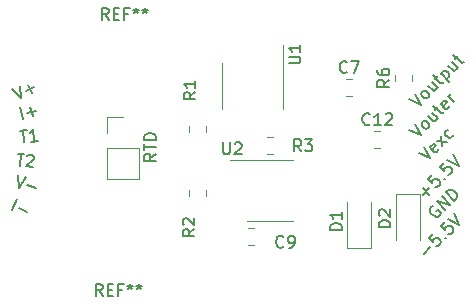
<source format=gbr>
G04 #@! TF.GenerationSoftware,KiCad,Pcbnew,(5.1.7)-1*
G04 #@! TF.CreationDate,2021-02-01T17:00:47-08:00*
G04 #@! TF.ProjectId,Conductivity_Sensor_v2,436f6e64-7563-4746-9976-6974795f5365,rev?*
G04 #@! TF.SameCoordinates,Original*
G04 #@! TF.FileFunction,Legend,Top*
G04 #@! TF.FilePolarity,Positive*
%FSLAX46Y46*%
G04 Gerber Fmt 4.6, Leading zero omitted, Abs format (unit mm)*
G04 Created by KiCad (PCBNEW (5.1.7)-1) date 2021-02-01 17:00:47*
%MOMM*%
%LPD*%
G01*
G04 APERTURE LIST*
%ADD10C,0.152400*%
%ADD11C,0.120000*%
%ADD12C,0.150000*%
G04 APERTURE END LIST*
D10*
X140571421Y-65148657D02*
X140468790Y-65182868D01*
X140366158Y-65285499D01*
X140297737Y-65422341D01*
X140297737Y-65559183D01*
X140331948Y-65661815D01*
X140434579Y-65832867D01*
X140537211Y-65935499D01*
X140708263Y-66038130D01*
X140810895Y-66072341D01*
X140947737Y-66072341D01*
X141084579Y-66003920D01*
X141153000Y-65935499D01*
X141221421Y-65798657D01*
X141221421Y-65730236D01*
X140981947Y-65490762D01*
X140845105Y-65627604D01*
X141597736Y-65490762D02*
X140879316Y-64772342D01*
X142008262Y-65080236D01*
X141289842Y-64361816D01*
X142350367Y-64738131D02*
X141631947Y-64019711D01*
X141802999Y-63848658D01*
X141939841Y-63780237D01*
X142076683Y-63780237D01*
X142179315Y-63814448D01*
X142350367Y-63917079D01*
X142452999Y-64019711D01*
X142555630Y-64190763D01*
X142589841Y-64293395D01*
X142589841Y-64430237D01*
X142521420Y-64567079D01*
X142350367Y-64738131D01*
X139787674Y-69217256D02*
X140335042Y-68669888D01*
X140574516Y-67540942D02*
X140232411Y-67883047D01*
X140540305Y-68259362D01*
X140540305Y-68190941D01*
X140574516Y-68088310D01*
X140745568Y-67917257D01*
X140848200Y-67883047D01*
X140916621Y-67883047D01*
X141019252Y-67917257D01*
X141190305Y-68088310D01*
X141224515Y-68190941D01*
X141224515Y-68259362D01*
X141190305Y-68361994D01*
X141019252Y-68533046D01*
X140916621Y-68567257D01*
X140848200Y-68567257D01*
X141566620Y-67848836D02*
X141635041Y-67848836D01*
X141635041Y-67917257D01*
X141566620Y-67917257D01*
X141566620Y-67848836D01*
X141635041Y-67917257D01*
X141600831Y-66514627D02*
X141258726Y-66856732D01*
X141566620Y-67233047D01*
X141566620Y-67164626D01*
X141600831Y-67061995D01*
X141771883Y-66890942D01*
X141874515Y-66856732D01*
X141942936Y-66856732D01*
X142045567Y-66890942D01*
X142216620Y-67061995D01*
X142250830Y-67164626D01*
X142250830Y-67233047D01*
X142216620Y-67335679D01*
X142045567Y-67506731D01*
X141942936Y-67540942D01*
X141874515Y-67540942D01*
X141840304Y-66275153D02*
X142798198Y-66754100D01*
X142319251Y-65796206D01*
X139711474Y-64213456D02*
X140258842Y-63666088D01*
X140258842Y-64213456D02*
X139711474Y-63666088D01*
X140498316Y-62537142D02*
X140156211Y-62879247D01*
X140464105Y-63255562D01*
X140464105Y-63187141D01*
X140498316Y-63084510D01*
X140669368Y-62913457D01*
X140772000Y-62879247D01*
X140840421Y-62879247D01*
X140943052Y-62913457D01*
X141114105Y-63084510D01*
X141148315Y-63187141D01*
X141148315Y-63255562D01*
X141114105Y-63358194D01*
X140943052Y-63529246D01*
X140840421Y-63563457D01*
X140772000Y-63563457D01*
X141490420Y-62845036D02*
X141558841Y-62845036D01*
X141558841Y-62913457D01*
X141490420Y-62913457D01*
X141490420Y-62845036D01*
X141558841Y-62913457D01*
X141524631Y-61510827D02*
X141182526Y-61852932D01*
X141490420Y-62229247D01*
X141490420Y-62160826D01*
X141524631Y-62058195D01*
X141695683Y-61887142D01*
X141798315Y-61852932D01*
X141866736Y-61852932D01*
X141969367Y-61887142D01*
X142140420Y-62058195D01*
X142174630Y-62160826D01*
X142174630Y-62229247D01*
X142140420Y-62331879D01*
X141969367Y-62502931D01*
X141866736Y-62537142D01*
X141798315Y-62537142D01*
X141764104Y-61271353D02*
X142721998Y-61750300D01*
X142243051Y-60792406D01*
X139354327Y-60658530D02*
X140312221Y-61137477D01*
X139833274Y-60179583D01*
X141030641Y-60350636D02*
X140996431Y-60453267D01*
X140859589Y-60590109D01*
X140756958Y-60624320D01*
X140654326Y-60590109D01*
X140380642Y-60316425D01*
X140346432Y-60213794D01*
X140380642Y-60111162D01*
X140517484Y-59974320D01*
X140620116Y-59940110D01*
X140722747Y-59974320D01*
X140791168Y-60042741D01*
X140517484Y-60453267D01*
X141338536Y-60111162D02*
X141235904Y-59255900D01*
X140859589Y-59632216D02*
X141714851Y-59734847D01*
X142262219Y-59119058D02*
X142228009Y-59221690D01*
X142091167Y-59358532D01*
X141988535Y-59392742D01*
X141920114Y-59392742D01*
X141817483Y-59358532D01*
X141612220Y-59153269D01*
X141578009Y-59050637D01*
X141578009Y-58982216D01*
X141612220Y-58879585D01*
X141749062Y-58742743D01*
X141851693Y-58708532D01*
X138570580Y-58699077D02*
X139528474Y-59178024D01*
X139049527Y-58220130D01*
X140110053Y-58596446D02*
X140007421Y-58630656D01*
X139939000Y-58630656D01*
X139836369Y-58596446D01*
X139631106Y-58391183D01*
X139596895Y-58288551D01*
X139596895Y-58220130D01*
X139631106Y-58117499D01*
X139733737Y-58014867D01*
X139836369Y-57980657D01*
X139904790Y-57980657D01*
X140007421Y-58014867D01*
X140212684Y-58220130D01*
X140246895Y-58322762D01*
X140246895Y-58391183D01*
X140212684Y-58493814D01*
X140110053Y-58596446D01*
X140486368Y-57262237D02*
X140965315Y-57741183D01*
X140178474Y-57570131D02*
X140554789Y-57946446D01*
X140657420Y-57980657D01*
X140760052Y-57946446D01*
X140862683Y-57843815D01*
X140896894Y-57741183D01*
X140896894Y-57672762D01*
X140725841Y-57022763D02*
X140999525Y-56749079D01*
X140589000Y-56680658D02*
X141204788Y-57296447D01*
X141307420Y-57330658D01*
X141410051Y-57296447D01*
X141478472Y-57228026D01*
X141957419Y-56680658D02*
X141923209Y-56783290D01*
X141786367Y-56920132D01*
X141683735Y-56954342D01*
X141581104Y-56920132D01*
X141307420Y-56646448D01*
X141273209Y-56543816D01*
X141307420Y-56441185D01*
X141444262Y-56304343D01*
X141546893Y-56270132D01*
X141649525Y-56304343D01*
X141717946Y-56372764D01*
X141444262Y-56783290D01*
X142333735Y-56372764D02*
X141854788Y-55893817D01*
X141991630Y-56030659D02*
X141957419Y-55928027D01*
X141957419Y-55859606D01*
X141991630Y-55756975D01*
X142060051Y-55688554D01*
X138550380Y-56128477D02*
X139508274Y-56607424D01*
X139029327Y-55649530D01*
X140089853Y-56025846D02*
X139987221Y-56060056D01*
X139918800Y-56060056D01*
X139816169Y-56025846D01*
X139610906Y-55820583D01*
X139576695Y-55717951D01*
X139576695Y-55649530D01*
X139610906Y-55546899D01*
X139713537Y-55444267D01*
X139816169Y-55410057D01*
X139884590Y-55410057D01*
X139987221Y-55444267D01*
X140192484Y-55649530D01*
X140226695Y-55752162D01*
X140226695Y-55820583D01*
X140192484Y-55923214D01*
X140089853Y-56025846D01*
X140466168Y-54691636D02*
X140945115Y-55170583D01*
X140158274Y-54999531D02*
X140534589Y-55375846D01*
X140637221Y-55410057D01*
X140739852Y-55375846D01*
X140842484Y-55273215D01*
X140876694Y-55170583D01*
X140876694Y-55102162D01*
X140705642Y-54452163D02*
X140979326Y-54178479D01*
X140568800Y-54110058D02*
X141184589Y-54725847D01*
X141287220Y-54760057D01*
X141389852Y-54725847D01*
X141458273Y-54657426D01*
X141218799Y-53939005D02*
X141937220Y-54657426D01*
X141253010Y-53973216D02*
X141287220Y-53870584D01*
X141424062Y-53733742D01*
X141526694Y-53699532D01*
X141595115Y-53699532D01*
X141697746Y-53733742D01*
X141903009Y-53939005D01*
X141937220Y-54041637D01*
X141937220Y-54110058D01*
X141903009Y-54212689D01*
X141766167Y-54349531D01*
X141663536Y-54383742D01*
X142176693Y-52981111D02*
X142655640Y-53460058D01*
X141868799Y-53289006D02*
X142245114Y-53665321D01*
X142347746Y-53699532D01*
X142450377Y-53665321D01*
X142553009Y-53562690D01*
X142587219Y-53460058D01*
X142587219Y-53391637D01*
X142416167Y-52741638D02*
X142689851Y-52467954D01*
X142279325Y-52399533D02*
X142895114Y-53015322D01*
X142997745Y-53049532D01*
X143100377Y-53015322D01*
X143168798Y-52946901D01*
D11*
X137314000Y-54544964D02*
X137314000Y-54090836D01*
X138784000Y-54544964D02*
X138784000Y-54090836D01*
X135593148Y-58815300D02*
X136115652Y-58815300D01*
X135593148Y-60285300D02*
X136115652Y-60285300D01*
X125432452Y-68464100D02*
X124909948Y-68464100D01*
X125432452Y-66994100D02*
X124909948Y-66994100D01*
X133175148Y-54395700D02*
X133697652Y-54395700D01*
X133175148Y-55865700D02*
X133697652Y-55865700D01*
X112970000Y-62861500D02*
X115630000Y-62861500D01*
X112970000Y-60261500D02*
X112970000Y-62861500D01*
X115630000Y-60261500D02*
X115630000Y-62861500D01*
X112970000Y-60261500D02*
X115630000Y-60261500D01*
X112970000Y-58991500D02*
X112970000Y-57661500D01*
X112970000Y-57661500D02*
X114300000Y-57661500D01*
X133289800Y-68709100D02*
X135289800Y-68709100D01*
X135289800Y-68709100D02*
X135289800Y-64809100D01*
X133289800Y-68709100D02*
X133289800Y-64809100D01*
X139430000Y-64157300D02*
X139430000Y-68057300D01*
X137430000Y-64157300D02*
X137430000Y-68057300D01*
X139430000Y-64157300D02*
X137430000Y-64157300D01*
X121334600Y-58400048D02*
X121334600Y-58922552D01*
X119914600Y-58400048D02*
X119914600Y-58922552D01*
X119914600Y-63784848D02*
X119914600Y-64307352D01*
X121334600Y-63784848D02*
X121334600Y-64307352D01*
X126501148Y-60768300D02*
X127023652Y-60768300D01*
X126501148Y-59348300D02*
X127023652Y-59348300D01*
X122738200Y-55003700D02*
X122738200Y-56953700D01*
X122738200Y-55003700D02*
X122738200Y-53053700D01*
X127858200Y-55003700D02*
X127858200Y-56953700D01*
X127858200Y-55003700D02*
X127858200Y-51553700D01*
X126796800Y-66428300D02*
X128746800Y-66428300D01*
X126796800Y-66428300D02*
X124846800Y-66428300D01*
X126796800Y-61308300D02*
X128746800Y-61308300D01*
X126796800Y-61308300D02*
X123346800Y-61308300D01*
D12*
X136851380Y-54484566D02*
X136375190Y-54817900D01*
X136851380Y-55055995D02*
X135851380Y-55055995D01*
X135851380Y-54675042D01*
X135899000Y-54579804D01*
X135946619Y-54532185D01*
X136041857Y-54484566D01*
X136184714Y-54484566D01*
X136279952Y-54532185D01*
X136327571Y-54579804D01*
X136375190Y-54675042D01*
X136375190Y-55055995D01*
X135851380Y-53627423D02*
X135851380Y-53817900D01*
X135899000Y-53913138D01*
X135946619Y-53960757D01*
X136089476Y-54055995D01*
X136279952Y-54103614D01*
X136660904Y-54103614D01*
X136756142Y-54055995D01*
X136803761Y-54008376D01*
X136851380Y-53913138D01*
X136851380Y-53722661D01*
X136803761Y-53627423D01*
X136756142Y-53579804D01*
X136660904Y-53532185D01*
X136422809Y-53532185D01*
X136327571Y-53579804D01*
X136279952Y-53627423D01*
X136232333Y-53722661D01*
X136232333Y-53913138D01*
X136279952Y-54008376D01*
X136327571Y-54055995D01*
X136422809Y-54103614D01*
X135211542Y-58227442D02*
X135163923Y-58275061D01*
X135021066Y-58322680D01*
X134925828Y-58322680D01*
X134782971Y-58275061D01*
X134687733Y-58179823D01*
X134640114Y-58084585D01*
X134592495Y-57894109D01*
X134592495Y-57751252D01*
X134640114Y-57560776D01*
X134687733Y-57465538D01*
X134782971Y-57370300D01*
X134925828Y-57322680D01*
X135021066Y-57322680D01*
X135163923Y-57370300D01*
X135211542Y-57417919D01*
X136163923Y-58322680D02*
X135592495Y-58322680D01*
X135878209Y-58322680D02*
X135878209Y-57322680D01*
X135782971Y-57465538D01*
X135687733Y-57560776D01*
X135592495Y-57608395D01*
X136544876Y-57417919D02*
X136592495Y-57370300D01*
X136687733Y-57322680D01*
X136925828Y-57322680D01*
X137021066Y-57370300D01*
X137068685Y-57417919D01*
X137116304Y-57513157D01*
X137116304Y-57608395D01*
X137068685Y-57751252D01*
X136497257Y-58322680D01*
X137116304Y-58322680D01*
X127900133Y-68594242D02*
X127852514Y-68641861D01*
X127709657Y-68689480D01*
X127614419Y-68689480D01*
X127471561Y-68641861D01*
X127376323Y-68546623D01*
X127328704Y-68451385D01*
X127281085Y-68260909D01*
X127281085Y-68118052D01*
X127328704Y-67927576D01*
X127376323Y-67832338D01*
X127471561Y-67737100D01*
X127614419Y-67689480D01*
X127709657Y-67689480D01*
X127852514Y-67737100D01*
X127900133Y-67784719D01*
X128376323Y-68689480D02*
X128566800Y-68689480D01*
X128662038Y-68641861D01*
X128709657Y-68594242D01*
X128804895Y-68451385D01*
X128852514Y-68260909D01*
X128852514Y-67879957D01*
X128804895Y-67784719D01*
X128757276Y-67737100D01*
X128662038Y-67689480D01*
X128471561Y-67689480D01*
X128376323Y-67737100D01*
X128328704Y-67784719D01*
X128281085Y-67879957D01*
X128281085Y-68118052D01*
X128328704Y-68213290D01*
X128376323Y-68260909D01*
X128471561Y-68308528D01*
X128662038Y-68308528D01*
X128757276Y-68260909D01*
X128804895Y-68213290D01*
X128852514Y-68118052D01*
X133269733Y-53807842D02*
X133222114Y-53855461D01*
X133079257Y-53903080D01*
X132984019Y-53903080D01*
X132841161Y-53855461D01*
X132745923Y-53760223D01*
X132698304Y-53664985D01*
X132650685Y-53474509D01*
X132650685Y-53331652D01*
X132698304Y-53141176D01*
X132745923Y-53045938D01*
X132841161Y-52950700D01*
X132984019Y-52903080D01*
X133079257Y-52903080D01*
X133222114Y-52950700D01*
X133269733Y-52998319D01*
X133603066Y-52903080D02*
X134269733Y-52903080D01*
X133841161Y-53903080D01*
X104937167Y-65489875D02*
X105359786Y-64583567D01*
X105529740Y-65345862D02*
X106220260Y-65667857D01*
X105419204Y-62559446D02*
X105482361Y-63611645D01*
X106063155Y-62731992D01*
X106224909Y-63416219D02*
X106960852Y-63613414D01*
X105843530Y-57785287D02*
X105584711Y-56819361D01*
X106204897Y-57294068D02*
X106940841Y-57096873D01*
X106671467Y-57563442D02*
X106474271Y-56827499D01*
X104950415Y-55265482D02*
X105675136Y-56030917D01*
X105554621Y-54983736D01*
X106118344Y-55403911D02*
X106808864Y-55081916D01*
X106624602Y-55588174D02*
X106302607Y-54897654D01*
X105593866Y-58791769D02*
X106163120Y-58741965D01*
X105965649Y-59763062D02*
X105878493Y-58766867D01*
X107104157Y-59663455D02*
X106534903Y-59713258D01*
X106819530Y-59688357D02*
X106732374Y-58692162D01*
X106649949Y-58842776D01*
X106563374Y-58945952D01*
X106472649Y-59001691D01*
X105384522Y-60741760D02*
X105953776Y-60791563D01*
X105581993Y-61762856D02*
X105669149Y-60766662D01*
X106230103Y-60911341D02*
X106281691Y-60868053D01*
X106380717Y-60828916D01*
X106617906Y-60849667D01*
X106708631Y-60905405D01*
X106751919Y-60956994D01*
X106791056Y-61056020D01*
X106782756Y-61150895D01*
X106722867Y-61289058D01*
X106103810Y-61808509D01*
X106720502Y-61862463D01*
X112585666Y-72778880D02*
X112252333Y-72302690D01*
X112014238Y-72778880D02*
X112014238Y-71778880D01*
X112395190Y-71778880D01*
X112490428Y-71826500D01*
X112538047Y-71874119D01*
X112585666Y-71969357D01*
X112585666Y-72112214D01*
X112538047Y-72207452D01*
X112490428Y-72255071D01*
X112395190Y-72302690D01*
X112014238Y-72302690D01*
X113014238Y-72255071D02*
X113347571Y-72255071D01*
X113490428Y-72778880D02*
X113014238Y-72778880D01*
X113014238Y-71778880D01*
X113490428Y-71778880D01*
X114252333Y-72255071D02*
X113919000Y-72255071D01*
X113919000Y-72778880D02*
X113919000Y-71778880D01*
X114395190Y-71778880D01*
X114919000Y-71778880D02*
X114919000Y-72016976D01*
X114680904Y-71921738D02*
X114919000Y-72016976D01*
X115157095Y-71921738D01*
X114776142Y-72207452D02*
X114919000Y-72016976D01*
X115061857Y-72207452D01*
X115680904Y-71778880D02*
X115680904Y-72016976D01*
X115442809Y-71921738D02*
X115680904Y-72016976D01*
X115919000Y-71921738D01*
X115538047Y-72207452D02*
X115680904Y-72016976D01*
X115823761Y-72207452D01*
X113093666Y-49410880D02*
X112760333Y-48934690D01*
X112522238Y-49410880D02*
X112522238Y-48410880D01*
X112903190Y-48410880D01*
X112998428Y-48458500D01*
X113046047Y-48506119D01*
X113093666Y-48601357D01*
X113093666Y-48744214D01*
X113046047Y-48839452D01*
X112998428Y-48887071D01*
X112903190Y-48934690D01*
X112522238Y-48934690D01*
X113522238Y-48887071D02*
X113855571Y-48887071D01*
X113998428Y-49410880D02*
X113522238Y-49410880D01*
X113522238Y-48410880D01*
X113998428Y-48410880D01*
X114760333Y-48887071D02*
X114427000Y-48887071D01*
X114427000Y-49410880D02*
X114427000Y-48410880D01*
X114903190Y-48410880D01*
X115427000Y-48410880D02*
X115427000Y-48648976D01*
X115188904Y-48553738D02*
X115427000Y-48648976D01*
X115665095Y-48553738D01*
X115284142Y-48839452D02*
X115427000Y-48648976D01*
X115569857Y-48839452D01*
X116188904Y-48410880D02*
X116188904Y-48648976D01*
X115950809Y-48553738D02*
X116188904Y-48648976D01*
X116427000Y-48553738D01*
X116046047Y-48839452D02*
X116188904Y-48648976D01*
X116331761Y-48839452D01*
X117089180Y-60756728D02*
X116612990Y-61090061D01*
X117089180Y-61328157D02*
X116089180Y-61328157D01*
X116089180Y-60947204D01*
X116136800Y-60851966D01*
X116184419Y-60804347D01*
X116279657Y-60756728D01*
X116422514Y-60756728D01*
X116517752Y-60804347D01*
X116565371Y-60851966D01*
X116612990Y-60947204D01*
X116612990Y-61328157D01*
X116089180Y-60471014D02*
X116089180Y-59899585D01*
X117089180Y-60185300D02*
X116089180Y-60185300D01*
X117089180Y-59566252D02*
X116089180Y-59566252D01*
X116089180Y-59328157D01*
X116136800Y-59185300D01*
X116232038Y-59090061D01*
X116327276Y-59042442D01*
X116517752Y-58994823D01*
X116660609Y-58994823D01*
X116851085Y-59042442D01*
X116946323Y-59090061D01*
X117041561Y-59185300D01*
X117089180Y-59328157D01*
X117089180Y-59566252D01*
X132837180Y-67197195D02*
X131837180Y-67197195D01*
X131837180Y-66959100D01*
X131884800Y-66816242D01*
X131980038Y-66721004D01*
X132075276Y-66673385D01*
X132265752Y-66625766D01*
X132408609Y-66625766D01*
X132599085Y-66673385D01*
X132694323Y-66721004D01*
X132789561Y-66816242D01*
X132837180Y-66959100D01*
X132837180Y-67197195D01*
X132837180Y-65673385D02*
X132837180Y-66244814D01*
X132837180Y-65959100D02*
X131837180Y-65959100D01*
X131980038Y-66054338D01*
X132075276Y-66149576D01*
X132122895Y-66244814D01*
X136951980Y-66968595D02*
X135951980Y-66968595D01*
X135951980Y-66730500D01*
X135999600Y-66587642D01*
X136094838Y-66492404D01*
X136190076Y-66444785D01*
X136380552Y-66397166D01*
X136523409Y-66397166D01*
X136713885Y-66444785D01*
X136809123Y-66492404D01*
X136904361Y-66587642D01*
X136951980Y-66730500D01*
X136951980Y-66968595D01*
X136047219Y-66016214D02*
X135999600Y-65968595D01*
X135951980Y-65873357D01*
X135951980Y-65635261D01*
X135999600Y-65540023D01*
X136047219Y-65492404D01*
X136142457Y-65444785D01*
X136237695Y-65444785D01*
X136380552Y-65492404D01*
X136951980Y-66063833D01*
X136951980Y-65444785D01*
X120441980Y-55525966D02*
X119965790Y-55859300D01*
X120441980Y-56097395D02*
X119441980Y-56097395D01*
X119441980Y-55716442D01*
X119489600Y-55621204D01*
X119537219Y-55573585D01*
X119632457Y-55525966D01*
X119775314Y-55525966D01*
X119870552Y-55573585D01*
X119918171Y-55621204D01*
X119965790Y-55716442D01*
X119965790Y-56097395D01*
X120441980Y-54573585D02*
X120441980Y-55145014D01*
X120441980Y-54859300D02*
X119441980Y-54859300D01*
X119584838Y-54954538D01*
X119680076Y-55049776D01*
X119727695Y-55145014D01*
X120365780Y-67133766D02*
X119889590Y-67467100D01*
X120365780Y-67705195D02*
X119365780Y-67705195D01*
X119365780Y-67324242D01*
X119413400Y-67229004D01*
X119461019Y-67181385D01*
X119556257Y-67133766D01*
X119699114Y-67133766D01*
X119794352Y-67181385D01*
X119841971Y-67229004D01*
X119889590Y-67324242D01*
X119889590Y-67705195D01*
X119461019Y-66752814D02*
X119413400Y-66705195D01*
X119365780Y-66609957D01*
X119365780Y-66371861D01*
X119413400Y-66276623D01*
X119461019Y-66229004D01*
X119556257Y-66181385D01*
X119651495Y-66181385D01*
X119794352Y-66229004D01*
X120365780Y-66800433D01*
X120365780Y-66181385D01*
X129398733Y-60536080D02*
X129065400Y-60059890D01*
X128827304Y-60536080D02*
X128827304Y-59536080D01*
X129208257Y-59536080D01*
X129303495Y-59583700D01*
X129351114Y-59631319D01*
X129398733Y-59726557D01*
X129398733Y-59869414D01*
X129351114Y-59964652D01*
X129303495Y-60012271D01*
X129208257Y-60059890D01*
X128827304Y-60059890D01*
X129732066Y-59536080D02*
X130351114Y-59536080D01*
X130017780Y-59917033D01*
X130160638Y-59917033D01*
X130255876Y-59964652D01*
X130303495Y-60012271D01*
X130351114Y-60107509D01*
X130351114Y-60345604D01*
X130303495Y-60440842D01*
X130255876Y-60488461D01*
X130160638Y-60536080D01*
X129874923Y-60536080D01*
X129779685Y-60488461D01*
X129732066Y-60440842D01*
X128331980Y-53098604D02*
X129141504Y-53098604D01*
X129236742Y-53050985D01*
X129284361Y-53003366D01*
X129331980Y-52908128D01*
X129331980Y-52717652D01*
X129284361Y-52622414D01*
X129236742Y-52574795D01*
X129141504Y-52527176D01*
X128331980Y-52527176D01*
X129331980Y-51527176D02*
X129331980Y-52098604D01*
X129331980Y-51812890D02*
X128331980Y-51812890D01*
X128474838Y-51908128D01*
X128570076Y-52003366D01*
X128617695Y-52098604D01*
X122783695Y-59790080D02*
X122783695Y-60599604D01*
X122831314Y-60694842D01*
X122878933Y-60742461D01*
X122974171Y-60790080D01*
X123164647Y-60790080D01*
X123259885Y-60742461D01*
X123307504Y-60694842D01*
X123355123Y-60599604D01*
X123355123Y-59790080D01*
X123783695Y-59885319D02*
X123831314Y-59837700D01*
X123926552Y-59790080D01*
X124164647Y-59790080D01*
X124259885Y-59837700D01*
X124307504Y-59885319D01*
X124355123Y-59980557D01*
X124355123Y-60075795D01*
X124307504Y-60218652D01*
X123736076Y-60790080D01*
X124355123Y-60790080D01*
M02*

</source>
